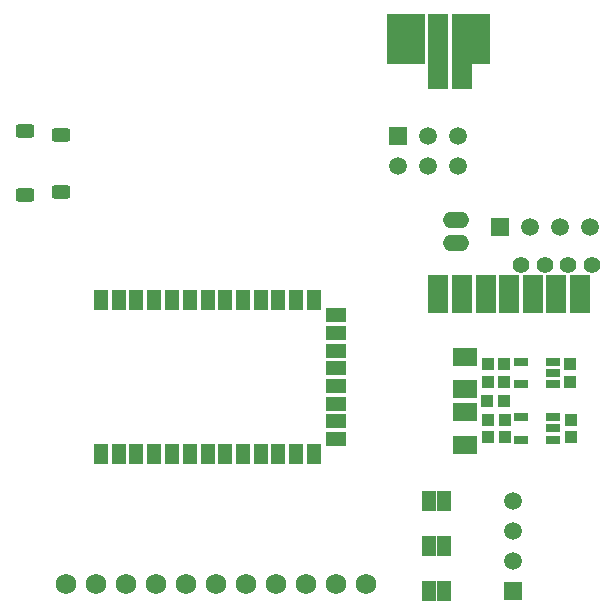
<source format=gts>
%FSLAX23Y23*%
%MOIN*%
G70*
G01*
G75*
G04 Layer_Color=8388736*
%ADD10R,0.039X0.059*%
%ADD11R,0.059X0.039*%
%ADD12R,0.035X0.031*%
%ADD13R,0.073X0.051*%
%ADD14R,0.063X0.157*%
%ADD15R,0.122X0.157*%
%ADD16R,0.063X0.118*%
%ADD17R,0.031X0.035*%
%ADD18R,0.039X0.022*%
%ADD19C,0.012*%
%ADD20C,0.012*%
%ADD21C,0.006*%
%ADD22R,0.051X0.051*%
%ADD23C,0.051*%
%ADD24O,0.079X0.047*%
%ADD25R,0.043X0.059*%
%ADD26R,0.051X0.051*%
%ADD27C,0.061*%
%ADD28C,0.047*%
G04:AMPARAMS|DCode=29|XSize=39mil|YSize=55mil|CornerRadius=10mil|HoleSize=0mil|Usage=FLASHONLY|Rotation=90.000|XOffset=0mil|YOffset=0mil|HoleType=Round|Shape=RoundedRectangle|*
%AMROUNDEDRECTD29*
21,1,0.039,0.035,0,0,90.0*
21,1,0.020,0.055,0,0,90.0*
1,1,0.020,0.018,0.010*
1,1,0.020,0.018,-0.010*
1,1,0.020,-0.018,-0.010*
1,1,0.020,-0.018,0.010*
%
%ADD29ROUNDEDRECTD29*%
%ADD30C,0.024*%
%ADD31C,0.020*%
%ADD32R,0.030X0.035*%
%ADD33R,0.039X0.039*%
%ADD34O,0.018X0.059*%
%ADD35O,0.059X0.018*%
%ADD36R,0.020X0.035*%
%ADD37R,0.069X0.018*%
%ADD38R,0.071X0.094*%
%ADD39R,0.073X0.079*%
%ADD40C,0.008*%
%ADD41R,0.008X0.012*%
%ADD42R,0.269X0.006*%
%ADD43R,0.006X0.314*%
%ADD44R,0.008X0.008*%
%ADD45R,0.350X0.006*%
%ADD46R,0.248X0.006*%
%ADD47R,0.006X0.159*%
%ADD48R,0.006X0.159*%
%ADD49R,0.047X0.067*%
%ADD50R,0.067X0.047*%
%ADD51R,0.043X0.039*%
%ADD52R,0.081X0.059*%
%ADD53R,0.071X0.165*%
%ADD54R,0.130X0.165*%
%ADD55R,0.071X0.126*%
%ADD56R,0.039X0.043*%
%ADD57R,0.047X0.030*%
%ADD58R,0.059X0.059*%
%ADD59C,0.059*%
%ADD60O,0.087X0.055*%
%ADD61R,0.051X0.067*%
%ADD62R,0.059X0.059*%
%ADD63C,0.069*%
%ADD64C,0.055*%
G04:AMPARAMS|DCode=65|XSize=47mil|YSize=63mil|CornerRadius=14mil|HoleSize=0mil|Usage=FLASHONLY|Rotation=90.000|XOffset=0mil|YOffset=0mil|HoleType=Round|Shape=RoundedRectangle|*
%AMROUNDEDRECTD65*
21,1,0.047,0.035,0,0,90.0*
21,1,0.020,0.063,0,0,90.0*
1,1,0.028,0.018,0.010*
1,1,0.028,0.018,-0.010*
1,1,0.028,-0.018,-0.010*
1,1,0.028,-0.018,0.010*
%
%ADD65ROUNDEDRECTD65*%
D49*
X1289Y1508D02*
D03*
D03*
X1348D02*
D03*
X1407D02*
D03*
X1467D02*
D03*
X1526D02*
D03*
X1585D02*
D03*
X1644D02*
D03*
X1703D02*
D03*
X1762D02*
D03*
X1821D02*
D03*
X1880D02*
D03*
X1939D02*
D03*
X1998D02*
D03*
Y2020D02*
D03*
X1939D02*
D03*
X1880D02*
D03*
X1821D02*
D03*
X1762D02*
D03*
X1703D02*
D03*
X1644D02*
D03*
X1585D02*
D03*
X1526D02*
D03*
X1467D02*
D03*
X1407D02*
D03*
X1348D02*
D03*
X1289D02*
D03*
D50*
X2071Y1557D02*
D03*
Y1616D02*
D03*
Y1675D02*
D03*
Y1734D02*
D03*
Y1793D02*
D03*
Y1852D02*
D03*
Y1911D02*
D03*
Y1970D02*
D03*
D51*
X2579Y1564D02*
D03*
Y1621D02*
D03*
X2853Y1806D02*
D03*
Y1749D02*
D03*
X2633D02*
D03*
Y1806D02*
D03*
X2854Y1621D02*
D03*
Y1564D02*
D03*
X2634Y1621D02*
D03*
Y1564D02*
D03*
X2578Y1749D02*
D03*
Y1806D02*
D03*
D52*
X2503Y1647D02*
D03*
Y1538D02*
D03*
Y1723D02*
D03*
Y1832D02*
D03*
D53*
X2413Y2890D02*
D03*
D54*
X2522D02*
D03*
X2305D02*
D03*
D55*
X2413Y2040D02*
D03*
X2492D02*
D03*
X2571D02*
D03*
X2650D02*
D03*
X2728D02*
D03*
X2807D02*
D03*
X2886D02*
D03*
X2413Y2788D02*
D03*
X2492D02*
D03*
D56*
X2631Y1684D02*
D03*
X2574D02*
D03*
D57*
X2689Y1555D02*
D03*
Y1630D02*
D03*
X2797D02*
D03*
Y1593D02*
D03*
Y1555D02*
D03*
X2689Y1740D02*
D03*
Y1815D02*
D03*
X2797D02*
D03*
Y1778D02*
D03*
Y1740D02*
D03*
D58*
X2278Y2569D02*
D03*
X2663Y1050D02*
D03*
D59*
X2278Y2469D02*
D03*
X2378Y2569D02*
D03*
Y2469D02*
D03*
X2478D02*
D03*
Y2569D02*
D03*
X2663Y1350D02*
D03*
Y1250D02*
D03*
Y1150D02*
D03*
X2718Y2265D02*
D03*
X2818D02*
D03*
X2918D02*
D03*
D60*
X2473Y2289D02*
D03*
Y2211D02*
D03*
D61*
X2382Y1050D02*
D03*
X2432D02*
D03*
X2382Y1200D02*
D03*
X2432D02*
D03*
X2382Y1350D02*
D03*
X2432D02*
D03*
D62*
X2618Y2265D02*
D03*
D63*
X2171Y1074D02*
D03*
X2071D02*
D03*
X1971D02*
D03*
X1871D02*
D03*
X1771D02*
D03*
X1671D02*
D03*
X1571D02*
D03*
X1471D02*
D03*
X1371D02*
D03*
X1271D02*
D03*
X1171D02*
D03*
D64*
X2925Y2139D02*
D03*
X2846D02*
D03*
X2768D02*
D03*
X2689D02*
D03*
D65*
X1034Y2370D02*
D03*
X1154Y2572D02*
D03*
Y2381D02*
D03*
X1037Y2583D02*
D03*
M02*

</source>
